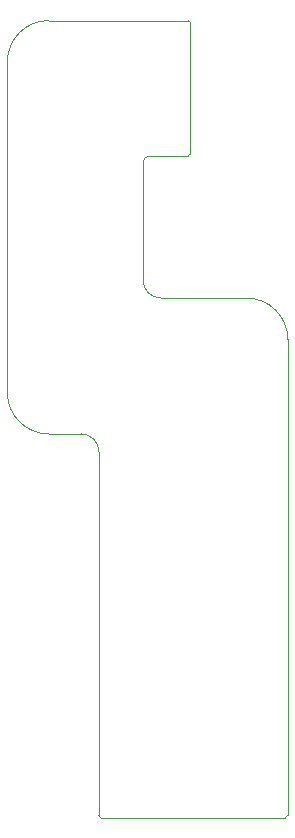
<source format=gbr>
%TF.GenerationSoftware,KiCad,Pcbnew,9.0.0*%
%TF.CreationDate,2025-07-25T21:30:29+02:00*%
%TF.ProjectId,PCK_Flex,50434b5f-466c-4657-982e-6b696361645f,rev?*%
%TF.SameCoordinates,Original*%
%TF.FileFunction,Profile,NP*%
%FSLAX46Y46*%
G04 Gerber Fmt 4.6, Leading zero omitted, Abs format (unit mm)*
G04 Created by KiCad (PCBNEW 9.0.0) date 2025-07-25 21:30:29*
%MOMM*%
%LPD*%
G01*
G04 APERTURE LIST*
%TA.AperFunction,Profile*%
%ADD10C,0.050000*%
%TD*%
G04 APERTURE END LIST*
D10*
X148750000Y-65750000D02*
G75*
G02*
X149250000Y-65250000I500000J0D01*
G01*
X157500000Y-77250000D02*
G75*
G02*
X161000000Y-80750000I0J-3500000D01*
G01*
X150250000Y-77250000D02*
G75*
G02*
X148750000Y-75750000I0J1500000D01*
G01*
X148750000Y-75750000D02*
X148750000Y-65750000D01*
X157500000Y-77250000D02*
X150250000Y-77250000D01*
X161000000Y-117750000D02*
X161000000Y-80750000D01*
X145000000Y-90250000D02*
X145000000Y-117750000D01*
X143500000Y-88750000D02*
G75*
G02*
X145000000Y-90250000I0J-1500000D01*
G01*
X140750000Y-88750000D02*
X143500000Y-88750000D01*
X140750000Y-88750000D02*
G75*
G02*
X137250000Y-85250000I0J3500000D01*
G01*
X137250000Y-57250000D02*
X137250000Y-85250000D01*
X137250000Y-57250000D02*
G75*
G02*
X140750000Y-53750000I3500000J0D01*
G01*
X149250000Y-53750000D02*
X140750000Y-53750000D01*
%TO.C,J2*%
X161000000Y-117750000D02*
X161000000Y-121050000D01*
X145000000Y-117750000D02*
X145000000Y-121050000D01*
X160800000Y-121250000D02*
X145200000Y-121250000D01*
X145200000Y-121250000D02*
G75*
G02*
X145000000Y-121050000I0J200000D01*
G01*
X161000000Y-121050000D02*
G75*
G02*
X160800000Y-121250000I-200001J1D01*
G01*
%TO.C,J1*%
X152750000Y-65050000D02*
G75*
G02*
X152550000Y-65250000I-200000J0D01*
G01*
X152550000Y-53750000D02*
G75*
G02*
X152750000Y-53950000I-1J-200001D01*
G01*
X152750000Y-53950000D02*
X152750000Y-65050000D01*
X149250000Y-65250000D02*
X152550000Y-65250000D01*
X149250000Y-53750000D02*
X152550000Y-53750000D01*
%TD*%
M02*

</source>
